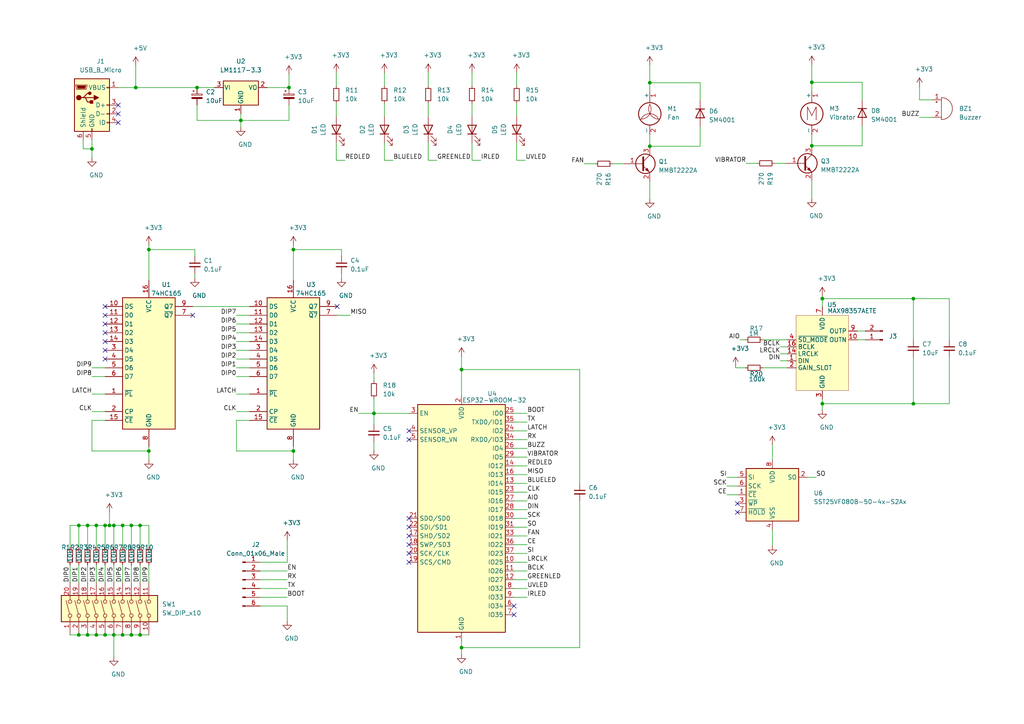
<source format=kicad_sch>
(kicad_sch (version 20210406) (generator eeschema)
  (paper "A4")
  (lib_symbols
    (symbol "74xx:74HC165"
      (property "Reference" "U" (at -7.62 19.05 0))
      (property "Value" "74HC165" (at -7.62 -21.59 0))
      (symbol "74HC165_1_0"
        (pin input line (at -12.7 -10.16 0) (length 5.08) (name "~PL") (number "1"))
        (pin input line (at -12.7 15.24 0) (length 5.08) (name "DS") (number "10"))
        (pin input line (at -12.7 12.7 0) (length 5.08) (name "D0") (number "11"))
        (pin input line (at -12.7 10.16 0) (length 5.08) (name "D1") (number "12"))
        (pin input line (at -12.7 7.62 0) (length 5.08) (name "D2") (number "13"))
        (pin input line (at -12.7 5.08 0) (length 5.08) (name "D3") (number "14"))
        (pin input line (at -12.7 -17.78 0) (length 5.08) (name "~CE") (number "15"))
        (pin power_in line (at 0 22.86 270) (length 5.08) (name "VCC") (number "16"))
        (pin input line (at -12.7 -15.24 0) (length 5.08) (name "CP") (number "2"))
        (pin input line (at -12.7 2.54 0) (length 5.08) (name "D4") (number "3"))
        (pin input line (at -12.7 0 0) (length 5.08) (name "D5") (number "4"))
        (pin input line (at -12.7 -2.54 0) (length 5.08) (name "D6") (number "5"))
        (pin input line (at -12.7 -5.08 0) (length 5.08) (name "D7") (number "6"))
        (pin output line (at 12.7 12.7 180) (length 5.08) (name "~Q7") (number "7"))
        (pin power_in line (at 0 -25.4 90) (length 5.08) (name "GND") (number "8"))
        (pin output line (at 12.7 15.24 180) (length 5.08) (name "Q7") (number "9"))
      )
    )
    (symbol "Connector:Conn_01x02_Male" (pin_names (offset 1.016) hide)
      (property "Reference" "J" (at 0 2.54 0))
      (property "Value" "Conn_01x02_Male" (at 0 -5.08 0))
      (symbol "Conn_01x02_Male_1_1"
        (pin passive line (at 5.08 0 180) (length 3.81) (name "Pin_1") (number "1"))
        (pin passive line (at 5.08 -2.54 180) (length 3.81) (name "Pin_2") (number "2"))
      )
    )
    (symbol "Connector:Conn_01x06_Male" (pin_names (offset 1.016) hide)
      (property "Reference" "J" (at 0 7.62 0))
      (property "Value" "Conn_01x06_Male" (at 0 -10.16 0))
      (symbol "Conn_01x06_Male_1_1"
        (pin passive line (at 5.08 5.08 180) (length 3.81) (name "Pin_1") (number "1"))
        (pin passive line (at 5.08 2.54 180) (length 3.81) (name "Pin_2") (number "2"))
        (pin passive line (at 5.08 0 180) (length 3.81) (name "Pin_3") (number "3"))
        (pin passive line (at 5.08 -2.54 180) (length 3.81) (name "Pin_4") (number "4"))
        (pin passive line (at 5.08 -5.08 180) (length 3.81) (name "Pin_5") (number "5"))
        (pin passive line (at 5.08 -7.62 180) (length 3.81) (name "Pin_6") (number "6"))
      )
    )
    (symbol "Connector:USB_B_Micro" (pin_names (offset 1.016))
      (property "Reference" "J" (at -5.08 11.43 0))
      (property "Value" "USB_B_Micro" (at -5.08 8.89 0))
      (symbol "USB_B_Micro_1_1"
        (pin power_out line (at 7.62 5.08 180) (length 2.54) (name "VBUS") (number "1"))
        (pin bidirectional line (at 7.62 -2.54 180) (length 2.54) (name "D-") (number "2"))
        (pin bidirectional line (at 7.62 0 180) (length 2.54) (name "D+") (number "3"))
        (pin passive line (at 7.62 -5.08 180) (length 2.54) (name "ID") (number "4"))
        (pin power_out line (at 0 -10.16 90) (length 2.54) (name "GND") (number "5"))
        (pin passive line (at -2.54 -10.16 90) (length 2.54) (name "Shield") (number "6"))
      )
    )
    (symbol "Device:Buzzer" (pin_names (offset 0.0254) hide)
      (property "Reference" "BZ" (at 3.81 1.27 0))
      (property "Value" "Buzzer" (at 3.81 -1.27 0))
      (symbol "Buzzer_1_1"
        (pin passive line (at -2.54 2.54 0) (length 2.54) (name "-") (number "1"))
        (pin passive line (at -2.54 -2.54 0) (length 2.54) (name "+") (number "2"))
      )
    )
    (symbol "Device:C_Polarized_Small" (pin_numbers hide) (pin_names (offset 0.254) hide)
      (property "Reference" "C" (at 0.254 1.778 0))
      (property "Value" "C_Polarized_Small" (at 0.254 -2.032 0))
      (symbol "C_Polarized_Small_1_1"
        (pin passive line (at 0 2.54 270) (length 1.8542) (name "~") (number "1"))
        (pin passive line (at 0 -2.54 90) (length 1.8542) (name "~") (number "2"))
      )
    )
    (symbol "Device:C_Small" (pin_numbers hide) (pin_names (offset 0.254) hide)
      (property "Reference" "C" (at 0.254 1.778 0))
      (property "Value" "C_Small" (at 0.254 -2.032 0))
      (symbol "C_Small_1_1"
        (pin passive line (at 0 2.54 270) (length 2.032) (name "~") (number "1"))
        (pin passive line (at 0 -2.54 90) (length 2.032) (name "~") (number "2"))
      )
    )
    (symbol "Device:LED" (pin_numbers hide) (pin_names (offset 1.016) hide)
      (property "Reference" "D" (at 0 2.54 0))
      (property "Value" "LED" (at 0 -2.54 0))
      (symbol "LED_1_1"
        (pin passive line (at -3.81 0 0) (length 2.54) (name "K") (number "1"))
        (pin passive line (at 3.81 0 180) (length 2.54) (name "A") (number "2"))
      )
    )
    (symbol "Device:R_Small" (pin_numbers hide) (pin_names (offset 0.254) hide)
      (property "Reference" "R" (at 0.762 0.508 0))
      (property "Value" "R_Small" (at 0.762 -1.016 0))
      (symbol "R_Small_1_1"
        (pin passive line (at 0 2.54 270) (length 0.762) (name "~") (number "1"))
        (pin passive line (at 0 -2.54 90) (length 0.762) (name "~") (number "2"))
      )
    )
    (symbol "Diode:SM4001" (pin_numbers hide) (pin_names (offset 1.016) hide)
      (property "Reference" "D" (at 0 2.54 0))
      (property "Value" "SM4001" (at 0 -2.54 0))
      (symbol "SM4001_1_1"
        (pin passive line (at -3.81 0 0) (length 2.54) (name "K") (number "1"))
        (pin passive line (at 3.81 0 180) (length 2.54) (name "A") (number "2"))
      )
    )
    (symbol "Memory_Flash:SST25VF080B-50-4x-S2Ax"
      (property "Reference" "U" (at -6.35 8.89 0))
      (property "Value" "SST25VF080B-50-4x-S2Ax" (at 13.97 8.89 0))
      (symbol "SST25VF080B-50-4x-S2Ax_1_1"
        (pin input line (at -10.16 0 0) (length 2.54) (name "~CE") (number "1"))
        (pin output line (at 10.16 5.08 180) (length 2.54) (name "SO") (number "2"))
        (pin input line (at -10.16 -2.54 0) (length 2.54) (name "~WP~") (number "3"))
        (pin power_in line (at 0 -10.16 90) (length 2.54) (name "VSS") (number "4"))
        (pin input line (at -10.16 5.08 0) (length 2.54) (name "SI") (number "5"))
        (pin input line (at -10.16 2.54 0) (length 2.54) (name "SCK") (number "6"))
        (pin input line (at -10.16 -5.08 0) (length 2.54) (name "~HOLD~") (number "7"))
        (pin power_in line (at 0 10.16 270) (length 2.54) (name "VDD") (number "8"))
      )
    )
    (symbol "Motor:Fan" (pin_names (offset 0))
      (property "Reference" "M" (at 2.54 5.08 0))
      (property "Value" "Fan" (at 2.54 -2.54 0))
      (symbol "Fan_1_1"
        (pin passive line (at 0 7.62 270) (length 2.54) (name "+") (number "1"))
        (pin passive line (at 0 -5.08 90) (length 2.54) (name "-") (number "2"))
      )
    )
    (symbol "Motor:Motor_DC" (pin_names (offset 0))
      (property "Reference" "M" (at 2.54 2.54 0))
      (property "Value" "Motor_DC" (at 2.54 -5.08 0))
      (symbol "Motor_DC_1_1"
        (pin passive line (at 0 5.08 270) (length 2.54) (name "+") (number "1"))
        (pin passive line (at 0 -7.62 90) (length 2.54) (name "-") (number "2"))
      )
    )
    (symbol "RF_Module:ESP32-WROOM-32"
      (property "Reference" "U" (at -12.7 34.29 0))
      (property "Value" "ESP32-WROOM-32" (at 1.27 34.29 0))
      (symbol "ESP32-WROOM-32_1_1"
        (pin power_in line (at 0 -35.56 90) (length 2.54) (name "GND") (number "1"))
        (pin bidirectional line (at 15.24 -12.7 180) (length 2.54) (name "IO25") (number "10"))
        (pin bidirectional line (at 15.24 -15.24 180) (length 2.54) (name "IO26") (number "11"))
        (pin bidirectional line (at 15.24 -17.78 180) (length 2.54) (name "IO27") (number "12"))
        (pin bidirectional line (at 15.24 10.16 180) (length 2.54) (name "IO14") (number "13"))
        (pin bidirectional line (at 15.24 15.24 180) (length 2.54) (name "IO12") (number "14"))
        (pin passive line (at 0 -35.56 90) (length 2.54) hide (name "GND") (number "15"))
        (pin bidirectional line (at 15.24 12.7 180) (length 2.54) (name "IO13") (number "16"))
        (pin bidirectional line (at -15.24 -5.08 0) (length 2.54) (name "SHD/SD2") (number "17"))
        (pin bidirectional line (at -15.24 -7.62 0) (length 2.54) (name "SWP/SD3") (number "18"))
        (pin bidirectional line (at -15.24 -12.7 0) (length 2.54) (name "SCS/CMD") (number "19"))
        (pin power_in line (at 0 35.56 270) (length 2.54) (name "VDD") (number "2"))
        (pin bidirectional line (at -15.24 -10.16 0) (length 2.54) (name "SCK/CLK") (number "20"))
        (pin bidirectional line (at -15.24 0 0) (length 2.54) (name "SDO/SD0") (number "21"))
        (pin bidirectional line (at -15.24 -2.54 0) (length 2.54) (name "SDI/SD1") (number "22"))
        (pin bidirectional line (at 15.24 7.62 180) (length 2.54) (name "IO15") (number "23"))
        (pin bidirectional line (at 15.24 25.4 180) (length 2.54) (name "IO2") (number "24"))
        (pin bidirectional line (at 15.24 30.48 180) (length 2.54) (name "IO0") (number "25"))
        (pin bidirectional line (at 15.24 20.32 180) (length 2.54) (name "IO4") (number "26"))
        (pin bidirectional line (at 15.24 5.08 180) (length 2.54) (name "IO16") (number "27"))
        (pin bidirectional line (at 15.24 2.54 180) (length 2.54) (name "IO17") (number "28"))
        (pin bidirectional line (at 15.24 17.78 180) (length 2.54) (name "IO5") (number "29"))
        (pin input line (at -15.24 30.48 0) (length 2.54) (name "EN") (number "3"))
        (pin bidirectional line (at 15.24 0 180) (length 2.54) (name "IO18") (number "30"))
        (pin bidirectional line (at 15.24 -2.54 180) (length 2.54) (name "IO19") (number "31"))
        (pin no_connect line (at -12.7 -27.94 0) (length 2.54) hide (name "NC") (number "32"))
        (pin bidirectional line (at 15.24 -5.08 180) (length 2.54) (name "IO21") (number "33"))
        (pin bidirectional line (at 15.24 22.86 180) (length 2.54) (name "RXD0/IO3") (number "34"))
        (pin bidirectional line (at 15.24 27.94 180) (length 2.54) (name "TXD0/IO1") (number "35"))
        (pin bidirectional line (at 15.24 -7.62 180) (length 2.54) (name "IO22") (number "36"))
        (pin bidirectional line (at 15.24 -10.16 180) (length 2.54) (name "IO23") (number "37"))
        (pin passive line (at 0 -35.56 90) (length 2.54) hide (name "GND") (number "38"))
        (pin passive line (at 0 -35.56 90) (length 2.54) hide (name "GND") (number "39"))
        (pin input line (at -15.24 25.4 0) (length 2.54) (name "SENSOR_VP") (number "4"))
        (pin input line (at -15.24 22.86 0) (length 2.54) (name "SENSOR_VN") (number "5"))
        (pin input line (at 15.24 -25.4 180) (length 2.54) (name "IO34") (number "6"))
        (pin input line (at 15.24 -27.94 180) (length 2.54) (name "IO35") (number "7"))
        (pin bidirectional line (at 15.24 -20.32 180) (length 2.54) (name "IO32") (number "8"))
        (pin bidirectional line (at 15.24 -22.86 180) (length 2.54) (name "IO33") (number "9"))
      )
    )
    (symbol "Regulator_Linear:LM1117-3.3" (pin_names (offset 0.254))
      (property "Reference" "U" (at -3.81 3.175 0))
      (property "Value" "LM1117-3.3" (at 0 3.175 0))
      (symbol "LM1117-3.3_1_1"
        (pin power_in line (at 0 -7.62 90) (length 2.54) (name "GND") (number "1"))
        (pin power_out line (at 7.62 0 180) (length 2.54) (name "VO") (number "2"))
        (pin power_in line (at -7.62 0 0) (length 2.54) (name "VI") (number "3"))
      )
    )
    (symbol "Switch:SW_DIP_x10" (pin_names (offset 0) hide)
      (property "Reference" "SW" (at 0 16.51 0))
      (property "Value" "SW_DIP_x10" (at 0 -13.97 0))
      (symbol "SW_DIP_x10_1_1"
        (pin passive line (at -7.62 12.7 0) (length 5.08) (name "~") (number "1"))
        (pin passive line (at -7.62 -10.16 0) (length 5.08) (name "~") (number "10"))
        (pin passive line (at 7.62 -10.16 180) (length 5.08) (name "~") (number "11"))
        (pin passive line (at 7.62 -7.62 180) (length 5.08) (name "~") (number "12"))
        (pin passive line (at 7.62 -5.08 180) (length 5.08) (name "~") (number "13"))
        (pin passive line (at 7.62 -2.54 180) (length 5.08) (name "~") (number "14"))
        (pin passive line (at 7.62 0 180) (length 5.08) (name "~") (number "15"))
        (pin passive line (at 7.62 2.54 180) (length 5.08) (name "~") (number "16"))
        (pin passive line (at 7.62 5.08 180) (length 5.08) (name "~") (number "17"))
        (pin passive line (at 7.62 7.62 180) (length 5.08) (name "~") (number "18"))
        (pin passive line (at 7.62 10.16 180) (length 5.08) (name "~") (number "19"))
        (pin passive line (at -7.62 10.16 0) (length 5.08) (name "~") (number "2"))
        (pin passive line (at 7.62 12.7 180) (length 5.08) (name "~") (number "20"))
        (pin passive line (at -7.62 7.62 0) (length 5.08) (name "~") (number "3"))
        (pin passive line (at -7.62 5.08 0) (length 5.08) (name "~") (number "4"))
        (pin passive line (at -7.62 2.54 0) (length 5.08) (name "~") (number "5"))
        (pin passive line (at -7.62 0 0) (length 5.08) (name "~") (number "6"))
        (pin passive line (at -7.62 -2.54 0) (length 5.08) (name "~") (number "7"))
        (pin passive line (at -7.62 -5.08 0) (length 5.08) (name "~") (number "8"))
        (pin passive line (at -7.62 -7.62 0) (length 5.08) (name "~") (number "9"))
      )
    )
    (symbol "blinken:MAX98357AETE"
      (property "Reference" "U" (at 0 13.716 0))
      (property "Value" "MAX98357AETE" (at 0 11.938 0))
      (symbol "MAX98357AETE_1_1"
        (pin input line (at -10.16 -2.286 0) (length 2.54) (name "DIN") (number "1"))
        (pin output line (at 10.16 3.81 180) (length 2.54) (name "OUTN") (number "10"))
        (pin passive line (at 0 -13.462 90) (length 2.54) hide (name "GND") (number "11"))
        (pin no_connect line (at 7.62 -5.842 0) (length 2.54) hide (name "N.C.") (number "12"))
        (pin no_connect line (at 7.62 -5.842 0) (length 2.54) hide (name "N.C.") (number "13"))
        (pin input line (at -10.16 -0.254 0) (length 2.54) (name "LRCLK") (number "14"))
        (pin passive line (at 0 -13.462 90) (length 2.54) hide (name "GND") (number "15"))
        (pin input line (at -10.16 1.778 0) (length 2.54) (name "BCLK") (number "16"))
        (pin input line (at -10.16 -4.318 0) (length 2.54) (name "GAIN_SLOT") (number "2"))
        (pin power_in line (at 0 -13.462 90) (length 2.54) (name "GND") (number "3"))
        (pin input line (at -10.16 3.81 0) (length 2.54) (name "~SD_MODE") (number "4"))
        (pin no_connect line (at 7.62 -5.842 0) (length 2.54) hide (name "N.C.") (number "5"))
        (pin no_connect line (at 7.62 -5.842 0) (length 2.54) hide (name "N.C.") (number "6"))
        (pin power_in line (at 0 13.462 270) (length 2.54) (name "VDD") (number "7"))
        (pin passive line (at 0 13.462 270) (length 2.54) hide (name "VDD") (number "8"))
        (pin output line (at 10.16 6.35 180) (length 2.54) (name "OUTP") (number "9"))
      )
    )
    (symbol "blinken:MMBT2222A" (pin_names (offset 0) hide)
      (property "Reference" "Q" (at 5.08 1.905 0))
      (property "Value" "MMBT2222A" (at 5.08 0 0))
      (symbol "MMBT2222A_1_1"
        (pin input line (at -5.08 0 0) (length 5.08) (name "B") (number "1"))
        (pin passive line (at 2.54 -5.08 90) (length 2.54) (name "E") (number "2"))
        (pin passive line (at 2.54 5.08 270) (length 2.54) (name "C") (number "3"))
      )
    )
    (symbol "power:+3V3" (power) (pin_names (offset 0))
      (property "Value" "+3V3" (at 0 3.556 0))
      (symbol "+3V3_1_1"
        (pin power_in line (at 0 0 90) (length 0) hide (name "+3V3") (number "1"))
      )
    )
    (symbol "power:+5V" (power) (pin_names (offset 0))
      (property "Value" "+5V" (at 0 3.556 0))
      (symbol "+5V_1_1"
        (pin power_in line (at 0 0 90) (length 0) hide (name "+5V") (number "1"))
      )
    )
    (symbol "power:GND" (power) (pin_names (offset 0))
      (property "Value" "GND" (at 0 -3.81 0))
      (symbol "GND_1_1"
        (pin power_in line (at 0 0 270) (length 0) hide (name "GND") (number "1"))
      )
    )
  )
  (junction (at 22.86 152.4) (diameter 0.9144))
  (junction (at 22.86 184.15) (diameter 0.9144))
  (junction (at 25.4 152.4) (diameter 0.9144))
  (junction (at 25.4 184.15) (diameter 0.9144))
  (junction (at 26.67 43.18) (diameter 0.9144))
  (junction (at 27.94 152.4) (diameter 0.9144))
  (junction (at 27.94 184.15) (diameter 0.9144))
  (junction (at 30.48 152.4) (diameter 0.9144))
  (junction (at 30.48 184.15) (diameter 0.9144))
  (junction (at 31.75 152.4) (diameter 0.9144))
  (junction (at 33.02 152.4) (diameter 0.9144))
  (junction (at 33.02 184.15) (diameter 0.9144))
  (junction (at 35.56 152.4) (diameter 0.9144))
  (junction (at 35.56 184.15) (diameter 0.9144))
  (junction (at 38.1 152.4) (diameter 0.9144))
  (junction (at 38.1 184.15) (diameter 0.9144))
  (junction (at 39.37 25.4) (diameter 0.9144))
  (junction (at 40.64 152.4) (diameter 0.9144))
  (junction (at 40.64 184.15) (diameter 0.9144))
  (junction (at 43.18 72.39) (diameter 0.9144))
  (junction (at 43.18 130.81) (diameter 0.9144))
  (junction (at 57.15 25.4) (diameter 0.9144))
  (junction (at 69.85 34.925) (diameter 0.9144))
  (junction (at 83.82 25.4) (diameter 0.9144))
  (junction (at 85.09 72.39) (diameter 0.9144))
  (junction (at 85.09 130.81) (diameter 0.9144))
  (junction (at 108.458 119.888) (diameter 0.9144))
  (junction (at 133.858 107.188) (diameter 0.9144))
  (junction (at 133.858 187.833) (diameter 0.9144))
  (junction (at 188.468 24.003) (diameter 0.9144))
  (junction (at 188.468 42.418) (diameter 0.9144))
  (junction (at 235.458 23.876) (diameter 0.9144))
  (junction (at 235.458 42.291) (diameter 0.9144))
  (junction (at 238.506 86.614) (diameter 0.9144))
  (junction (at 238.506 117.094) (diameter 0.9144))
  (junction (at 264.922 86.614) (diameter 0.9144))
  (junction (at 264.922 117.094) (diameter 0.9144))
  (no_connect (at 30.48 88.9))
  (no_connect (at 30.48 91.44))
  (no_connect (at 30.48 93.98))
  (no_connect (at 30.48 96.52))
  (no_connect (at 30.48 99.06))
  (no_connect (at 30.48 101.6))
  (no_connect (at 30.48 104.14))
  (no_connect (at 34.29 30.48))
  (no_connect (at 34.29 33.02))
  (no_connect (at 34.29 35.56))
  (no_connect (at 55.88 91.44))
  (no_connect (at 97.79 88.9))
  (no_connect (at 118.618 124.968))
  (no_connect (at 118.618 127.508))
  (no_connect (at 118.618 150.368))
  (no_connect (at 118.618 152.908))
  (no_connect (at 118.618 155.448))
  (no_connect (at 118.618 157.988))
  (no_connect (at 118.618 160.528))
  (no_connect (at 118.618 163.068))
  (no_connect (at 149.098 175.768))
  (no_connect (at 149.098 178.308))
  (no_connect (at 213.868 146.05))
  (no_connect (at 213.868 148.59))
  (wire (pts (xy 20.32 152.4) (xy 20.32 158.75)))
  (wire (pts (xy 20.32 152.4) (xy 22.86 152.4)))
  (wire (pts (xy 20.32 163.83) (xy 20.32 168.91)))
  (wire (pts (xy 20.32 184.15) (xy 22.86 184.15)))
  (wire (pts (xy 22.86 152.4) (xy 22.86 158.75)))
  (wire (pts (xy 22.86 152.4) (xy 25.4 152.4)))
  (wire (pts (xy 22.86 163.83) (xy 22.86 168.91)))
  (wire (pts (xy 22.86 184.15) (xy 25.4 184.15)))
  (wire (pts (xy 24.13 40.64) (xy 24.13 43.18)))
  (wire (pts (xy 24.13 43.18) (xy 26.67 43.18)))
  (wire (pts (xy 25.4 152.4) (xy 25.4 158.75)))
  (wire (pts (xy 25.4 152.4) (xy 27.94 152.4)))
  (wire (pts (xy 25.4 163.83) (xy 25.4 168.91)))
  (wire (pts (xy 25.4 184.15) (xy 27.94 184.15)))
  (wire (pts (xy 26.67 40.64) (xy 26.67 43.18)))
  (wire (pts (xy 26.67 43.18) (xy 26.67 45.72)))
  (wire (pts (xy 26.67 106.68) (xy 30.48 106.68)))
  (wire (pts (xy 26.67 109.22) (xy 30.48 109.22)))
  (wire (pts (xy 26.67 114.3) (xy 30.48 114.3)))
  (wire (pts (xy 26.67 119.38) (xy 30.48 119.38)))
  (wire (pts (xy 26.67 121.92) (xy 26.67 130.81)))
  (wire (pts (xy 26.67 121.92) (xy 30.48 121.92)))
  (wire (pts (xy 26.67 130.81) (xy 43.18 130.81)))
  (wire (pts (xy 27.94 152.4) (xy 27.94 158.75)))
  (wire (pts (xy 27.94 152.4) (xy 30.48 152.4)))
  (wire (pts (xy 27.94 163.83) (xy 27.94 168.91)))
  (wire (pts (xy 27.94 184.15) (xy 30.48 184.15)))
  (wire (pts (xy 30.48 152.4) (xy 30.48 158.75)))
  (wire (pts (xy 30.48 152.4) (xy 31.75 152.4)))
  (wire (pts (xy 30.48 163.83) (xy 30.48 168.91)))
  (wire (pts (xy 30.48 184.15) (xy 33.02 184.15)))
  (wire (pts (xy 31.75 148.59) (xy 31.75 152.4)))
  (wire (pts (xy 31.75 152.4) (xy 33.02 152.4)))
  (wire (pts (xy 33.02 152.4) (xy 33.02 158.75)))
  (wire (pts (xy 33.02 152.4) (xy 35.56 152.4)))
  (wire (pts (xy 33.02 163.83) (xy 33.02 168.91)))
  (wire (pts (xy 33.02 184.15) (xy 33.02 190.5)))
  (wire (pts (xy 33.02 184.15) (xy 35.56 184.15)))
  (wire (pts (xy 34.29 25.4) (xy 39.37 25.4)))
  (wire (pts (xy 35.56 152.4) (xy 35.56 158.75)))
  (wire (pts (xy 35.56 152.4) (xy 38.1 152.4)))
  (wire (pts (xy 35.56 163.83) (xy 35.56 168.91)))
  (wire (pts (xy 35.56 184.15) (xy 38.1 184.15)))
  (wire (pts (xy 38.1 152.4) (xy 38.1 158.75)))
  (wire (pts (xy 38.1 152.4) (xy 40.64 152.4)))
  (wire (pts (xy 38.1 163.83) (xy 38.1 168.91)))
  (wire (pts (xy 38.1 184.15) (xy 40.64 184.15)))
  (wire (pts (xy 39.37 19.05) (xy 39.37 25.4)))
  (wire (pts (xy 39.37 25.4) (xy 57.15 25.4)))
  (wire (pts (xy 40.64 152.4) (xy 40.64 158.75)))
  (wire (pts (xy 40.64 152.4) (xy 43.18 152.4)))
  (wire (pts (xy 40.64 163.83) (xy 40.64 168.91)))
  (wire (pts (xy 40.64 184.15) (xy 43.18 184.15)))
  (wire (pts (xy 43.18 71.12) (xy 43.18 72.39)))
  (wire (pts (xy 43.18 72.39) (xy 43.18 81.28)))
  (wire (pts (xy 43.18 72.39) (xy 56.515 72.39)))
  (wire (pts (xy 43.18 129.54) (xy 43.18 130.81)))
  (wire (pts (xy 43.18 130.81) (xy 43.18 133.35)))
  (wire (pts (xy 43.18 152.4) (xy 43.18 158.75)))
  (wire (pts (xy 43.18 163.83) (xy 43.18 168.91)))
  (wire (pts (xy 55.88 88.9) (xy 72.39 88.9)))
  (wire (pts (xy 56.515 72.39) (xy 56.515 74.295)))
  (wire (pts (xy 56.515 79.375) (xy 56.515 80.645)))
  (wire (pts (xy 57.15 30.48) (xy 57.15 34.925)))
  (wire (pts (xy 57.15 34.925) (xy 69.85 34.925)))
  (wire (pts (xy 62.23 25.4) (xy 57.15 25.4)))
  (wire (pts (xy 68.58 91.44) (xy 72.39 91.44)))
  (wire (pts (xy 68.58 93.98) (xy 72.39 93.98)))
  (wire (pts (xy 68.58 96.52) (xy 72.39 96.52)))
  (wire (pts (xy 68.58 99.06) (xy 72.39 99.06)))
  (wire (pts (xy 68.58 101.6) (xy 72.39 101.6)))
  (wire (pts (xy 68.58 104.14) (xy 72.39 104.14)))
  (wire (pts (xy 68.58 106.68) (xy 72.39 106.68)))
  (wire (pts (xy 68.58 109.22) (xy 72.39 109.22)))
  (wire (pts (xy 68.58 114.3) (xy 72.39 114.3)))
  (wire (pts (xy 68.58 119.38) (xy 72.39 119.38)))
  (wire (pts (xy 68.58 121.92) (xy 68.58 130.81)))
  (wire (pts (xy 68.58 121.92) (xy 72.39 121.92)))
  (wire (pts (xy 68.58 130.81) (xy 85.09 130.81)))
  (wire (pts (xy 69.85 33.02) (xy 69.85 34.925)))
  (wire (pts (xy 69.85 34.925) (xy 69.85 36.83)))
  (wire (pts (xy 75.438 163.068) (xy 83.312 163.068)))
  (wire (pts (xy 75.438 165.608) (xy 83.312 165.608)))
  (wire (pts (xy 75.438 168.148) (xy 83.312 168.148)))
  (wire (pts (xy 75.438 170.688) (xy 83.312 170.688)))
  (wire (pts (xy 75.438 173.228) (xy 83.312 173.228)))
  (wire (pts (xy 75.438 175.768) (xy 83.312 175.768)))
  (wire (pts (xy 77.47 25.4) (xy 83.82 25.4)))
  (wire (pts (xy 83.312 156.718) (xy 83.312 163.068)))
  (wire (pts (xy 83.312 175.768) (xy 83.312 180.086)))
  (wire (pts (xy 83.82 21.59) (xy 83.82 25.4)))
  (wire (pts (xy 83.82 30.48) (xy 83.82 34.925)))
  (wire (pts (xy 83.82 34.925) (xy 69.85 34.925)))
  (wire (pts (xy 85.09 71.12) (xy 85.09 72.39)))
  (wire (pts (xy 85.09 72.39) (xy 85.09 81.28)))
  (wire (pts (xy 85.09 72.39) (xy 99.06 72.39)))
  (wire (pts (xy 85.09 129.54) (xy 85.09 130.81)))
  (wire (pts (xy 85.09 130.81) (xy 85.09 133.35)))
  (wire (pts (xy 97.536 21.082) (xy 97.536 24.892)))
  (wire (pts (xy 97.536 29.972) (xy 97.536 33.782)))
  (wire (pts (xy 97.536 41.402) (xy 97.536 46.482)))
  (wire (pts (xy 97.536 46.482) (xy 100.076 46.482)))
  (wire (pts (xy 97.79 91.44) (xy 101.6 91.44)))
  (wire (pts (xy 99.06 72.39) (xy 99.06 74.295)))
  (wire (pts (xy 99.06 79.375) (xy 99.06 80.645)))
  (wire (pts (xy 104.013 119.888) (xy 108.458 119.888)))
  (wire (pts (xy 108.458 108.204) (xy 108.458 110.49)))
  (wire (pts (xy 108.458 115.57) (xy 108.458 119.888)))
  (wire (pts (xy 108.458 119.888) (xy 108.458 123.063)))
  (wire (pts (xy 108.458 119.888) (xy 118.618 119.888)))
  (wire (pts (xy 108.458 128.143) (xy 108.458 130.683)))
  (wire (pts (xy 111.506 21.082) (xy 111.506 24.892)))
  (wire (pts (xy 111.506 29.972) (xy 111.506 33.782)))
  (wire (pts (xy 111.506 41.402) (xy 111.506 46.482)))
  (wire (pts (xy 111.506 46.482) (xy 114.046 46.482)))
  (wire (pts (xy 124.206 21.082) (xy 124.206 24.892)))
  (wire (pts (xy 124.206 29.972) (xy 124.206 33.782)))
  (wire (pts (xy 124.206 41.402) (xy 124.206 46.482)))
  (wire (pts (xy 124.206 46.482) (xy 126.746 46.482)))
  (wire (pts (xy 133.858 103.378) (xy 133.858 107.188)))
  (wire (pts (xy 133.858 107.188) (xy 168.148 107.188)))
  (wire (pts (xy 133.858 114.808) (xy 133.858 107.188)))
  (wire (pts (xy 133.858 185.928) (xy 133.858 187.833)))
  (wire (pts (xy 133.858 187.833) (xy 133.858 189.738)))
  (wire (pts (xy 133.858 187.833) (xy 168.148 187.833)))
  (wire (pts (xy 136.906 21.082) (xy 136.906 24.892)))
  (wire (pts (xy 136.906 29.972) (xy 136.906 33.782)))
  (wire (pts (xy 136.906 41.402) (xy 136.906 46.482)))
  (wire (pts (xy 136.906 46.482) (xy 139.446 46.482)))
  (wire (pts (xy 149.098 119.888) (xy 152.908 119.888)))
  (wire (pts (xy 149.098 122.428) (xy 152.908 122.428)))
  (wire (pts (xy 149.098 124.968) (xy 152.908 124.968)))
  (wire (pts (xy 149.098 127.508) (xy 152.908 127.508)))
  (wire (pts (xy 149.098 130.048) (xy 152.908 130.048)))
  (wire (pts (xy 149.098 132.588) (xy 152.908 132.588)))
  (wire (pts (xy 149.098 135.128) (xy 152.908 135.128)))
  (wire (pts (xy 149.098 137.668) (xy 152.908 137.668)))
  (wire (pts (xy 149.098 140.208) (xy 152.908 140.208)))
  (wire (pts (xy 149.098 142.748) (xy 152.908 142.748)))
  (wire (pts (xy 149.098 145.288) (xy 152.908 145.288)))
  (wire (pts (xy 149.098 147.828) (xy 152.908 147.828)))
  (wire (pts (xy 149.098 150.368) (xy 152.908 150.368)))
  (wire (pts (xy 149.098 152.908) (xy 152.908 152.908)))
  (wire (pts (xy 149.098 155.448) (xy 152.908 155.448)))
  (wire (pts (xy 149.098 157.988) (xy 152.908 157.988)))
  (wire (pts (xy 149.098 160.528) (xy 152.908 160.528)))
  (wire (pts (xy 149.098 163.068) (xy 152.908 163.068)))
  (wire (pts (xy 149.098 165.608) (xy 152.908 165.608)))
  (wire (pts (xy 149.098 168.148) (xy 152.908 168.148)))
  (wire (pts (xy 149.098 170.688) (xy 152.908 170.688)))
  (wire (pts (xy 149.098 173.228) (xy 152.908 173.228)))
  (wire (pts (xy 149.86 21.082) (xy 149.86 24.892)))
  (wire (pts (xy 149.86 29.972) (xy 149.86 33.782)))
  (wire (pts (xy 149.86 41.402) (xy 149.86 46.482)))
  (wire (pts (xy 149.86 46.482) (xy 152.4 46.482)))
  (wire (pts (xy 168.148 107.188) (xy 168.148 140.208)))
  (wire (pts (xy 168.148 145.288) (xy 168.148 187.833)))
  (wire (pts (xy 169.418 47.498) (xy 172.593 47.498)))
  (wire (pts (xy 177.673 47.498) (xy 180.848 47.498)))
  (wire (pts (xy 188.468 18.923) (xy 188.468 24.003)))
  (wire (pts (xy 188.468 24.003) (xy 188.468 26.416)))
  (wire (pts (xy 188.468 24.003) (xy 203.073 24.003)))
  (wire (pts (xy 188.468 39.116) (xy 188.468 42.418)))
  (wire (pts (xy 188.468 42.418) (xy 203.073 42.418)))
  (wire (pts (xy 188.468 52.578) (xy 188.468 57.658)))
  (wire (pts (xy 203.073 24.003) (xy 203.073 29.083)))
  (wire (pts (xy 203.073 42.418) (xy 203.073 36.703)))
  (wire (pts (xy 210.82 138.43) (xy 213.868 138.43)))
  (wire (pts (xy 210.82 140.97) (xy 213.868 140.97)))
  (wire (pts (xy 210.82 143.51) (xy 213.868 143.51)))
  (wire (pts (xy 213.36 106.172) (xy 213.36 106.68)))
  (wire (pts (xy 214.63 98.552) (xy 216.154 98.552)))
  (wire (pts (xy 216.154 106.68) (xy 213.36 106.68)))
  (wire (pts (xy 216.408 47.371) (xy 219.583 47.371)))
  (wire (pts (xy 221.234 98.552) (xy 228.346 98.552)))
  (wire (pts (xy 221.234 106.68) (xy 228.346 106.68)))
  (wire (pts (xy 224.028 129.032) (xy 224.028 133.35)))
  (wire (pts (xy 224.028 153.67) (xy 224.028 158.242)))
  (wire (pts (xy 224.663 47.371) (xy 227.838 47.371)))
  (wire (pts (xy 226.314 100.584) (xy 228.346 100.584)))
  (wire (pts (xy 226.314 102.616) (xy 228.346 102.616)))
  (wire (pts (xy 226.314 104.648) (xy 228.346 104.648)))
  (wire (pts (xy 234.188 138.43) (xy 236.728 138.43)))
  (wire (pts (xy 235.458 18.796) (xy 235.458 23.876)))
  (wire (pts (xy 235.458 23.876) (xy 250.063 23.876)))
  (wire (pts (xy 235.458 26.416) (xy 235.458 23.876)))
  (wire (pts (xy 235.458 39.116) (xy 235.458 42.291)))
  (wire (pts (xy 235.458 42.291) (xy 250.063 42.291)))
  (wire (pts (xy 235.458 52.451) (xy 235.458 57.531)))
  (wire (pts (xy 238.506 85.852) (xy 238.506 86.614)))
  (wire (pts (xy 238.506 86.614) (xy 238.506 88.9)))
  (wire (pts (xy 238.506 86.614) (xy 264.922 86.614)))
  (wire (pts (xy 238.506 115.824) (xy 238.506 117.094)))
  (wire (pts (xy 238.506 117.094) (xy 238.506 118.872)))
  (wire (pts (xy 238.506 117.094) (xy 264.922 117.094)))
  (wire (pts (xy 248.666 96.012) (xy 250.952 96.012)))
  (wire (pts (xy 248.666 98.552) (xy 250.952 98.552)))
  (wire (pts (xy 250.063 23.876) (xy 250.063 28.956)))
  (wire (pts (xy 250.063 42.291) (xy 250.063 36.576)))
  (wire (pts (xy 264.922 86.614) (xy 264.922 98.552)))
  (wire (pts (xy 264.922 86.614) (xy 275.336 86.614)))
  (wire (pts (xy 264.922 117.094) (xy 264.922 103.632)))
  (wire (pts (xy 264.922 117.094) (xy 275.336 117.094)))
  (wire (pts (xy 266.7 25.146) (xy 266.7 28.956)))
  (wire (pts (xy 266.7 28.956) (xy 270.51 28.956)))
  (wire (pts (xy 266.7 34.036) (xy 270.51 34.036)))
  (wire (pts (xy 275.336 86.614) (xy 275.336 98.552)))
  (wire (pts (xy 275.336 117.094) (xy 275.336 103.632)))
  (label "DIP0" (at 20.32 168.91 90))
  (label "DIP1" (at 22.86 168.91 90))
  (label "DIP2" (at 25.4 168.91 90))
  (label "DIP9" (at 26.67 106.68 180))
  (label "DIP8" (at 26.67 109.22 180))
  (label "LATCH" (at 26.67 114.3 180))
  (label "CLK" (at 26.67 119.38 180))
  (label "DIP3" (at 27.94 168.91 90))
  (label "DIP4" (at 30.48 168.91 90))
  (label "DIP5" (at 33.02 168.91 90))
  (label "DIP6" (at 35.56 168.91 90))
  (label "DIP7" (at 38.1 168.91 90))
  (label "DIP8" (at 40.64 168.91 90))
  (label "DIP9" (at 43.18 168.91 90))
  (label "DIP7" (at 68.58 91.44 180))
  (label "DIP6" (at 68.58 93.98 180))
  (label "DIP5" (at 68.58 96.52 180))
  (label "DIP4" (at 68.58 99.06 180))
  (label "DIP3" (at 68.58 101.6 180))
  (label "DIP2" (at 68.58 104.14 180))
  (label "DIP1" (at 68.58 106.68 180))
  (label "DIP0" (at 68.58 109.22 180))
  (label "LATCH" (at 68.58 114.3 180))
  (label "CLK" (at 68.58 119.38 180))
  (label "EN" (at 83.312 165.608 0))
  (label "RX" (at 83.312 168.148 0))
  (label "TX" (at 83.312 170.688 0))
  (label "BOOT" (at 83.312 173.228 0))
  (label "REDLED" (at 100.076 46.482 0))
  (label "MISO" (at 101.6 91.44 0))
  (label "EN" (at 104.013 119.888 180))
  (label "BLUELED" (at 114.046 46.482 0))
  (label "GREENLED" (at 126.746 46.482 0))
  (label "IRLED" (at 139.446 46.482 0))
  (label "UVLED" (at 152.4 46.482 0))
  (label "BOOT" (at 152.908 119.888 0))
  (label "TX" (at 152.908 122.428 0))
  (label "LATCH" (at 152.908 124.968 0))
  (label "RX" (at 152.908 127.508 0))
  (label "BUZZ" (at 152.908 130.048 0))
  (label "VIBRATOR" (at 152.908 132.588 0))
  (label "REDLED" (at 152.908 135.128 0))
  (label "MISO" (at 152.908 137.668 0))
  (label "BLUELED" (at 152.908 140.208 0))
  (label "CLK" (at 152.908 142.748 0))
  (label "AIO" (at 152.908 145.288 0))
  (label "DIN" (at 152.908 147.828 0))
  (label "SCK" (at 152.908 150.368 0))
  (label "SO" (at 152.908 152.908 0))
  (label "FAN" (at 152.908 155.448 0))
  (label "CE" (at 152.908 157.988 0))
  (label "SI" (at 152.908 160.528 0))
  (label "LRCLK" (at 152.908 163.068 0))
  (label "BCLK" (at 152.908 165.608 0))
  (label "GREENLED" (at 152.908 168.148 0))
  (label "UVLED" (at 152.908 170.688 0))
  (label "IRLED" (at 152.908 173.228 0))
  (label "FAN" (at 169.418 47.498 180))
  (label "SI" (at 210.82 138.43 180))
  (label "SCK" (at 210.82 140.97 180))
  (label "CE" (at 210.82 143.51 180))
  (label "AIO" (at 214.63 98.552 180))
  (label "VIBRATOR" (at 216.408 47.371 180))
  (label "BCLK" (at 226.314 100.584 180))
  (label "LRCLK" (at 226.314 102.616 180))
  (label "DIN" (at 226.314 104.648 180))
  (label "SO" (at 236.728 138.43 0))
  (label "BUZZ" (at 266.7 34.036 180))
  (symbol (lib_id "power:+3V3") (at 31.75 148.59 0) (unit 1)
    (property "Reference" "#PWR0115" (effects hide))
    (property "Value" "+3V3" (at 33.02 143.51 0))
  )
  (symbol (lib_id "power:+5V") (at 39.37 19.05 0) (unit 1)
    (property "Reference" "#PWR0119" (effects hide))
    (property "Value" "+5V" (at 40.64 13.97 0))
  )
  (symbol (lib_id "power:+3V3") (at 43.18 71.12 0) (unit 1)
    (property "Reference" "#PWR0117" (effects hide))
    (property "Value" "+3V3" (at 44.45 66.04 0))
  )
  (symbol (lib_id "power:+3V3") (at 83.312 156.718 0) (unit 1)
    (property "Reference" "#PWR0130" (effects hide))
    (property "Value" "+3V3" (at 84.582 151.638 0))
  )
  (symbol (lib_id "power:+3V3") (at 83.82 21.59 0) (unit 1)
    (property "Reference" "#PWR0124" (effects hide))
    (property "Value" "+3V3" (at 85.09 16.51 0))
  )
  (symbol (lib_id "power:+3V3") (at 85.09 71.12 0) (unit 1)
    (property "Reference" "#PWR0120" (effects hide))
    (property "Value" "+3V3" (at 86.36 66.04 0))
  )
  (symbol (lib_id "power:+3V3") (at 97.536 21.082 0) (unit 1)
    (property "Reference" "#PWR0122" (effects hide))
    (property "Value" "+3V3" (at 98.806 16.002 0))
  )
  (symbol (lib_id "power:+3V3") (at 108.458 108.204 0) (unit 1)
    (property "Reference" "#PWR0127" (effects hide))
    (property "Value" "+3V3" (at 109.728 103.124 0))
  )
  (symbol (lib_id "power:+3V3") (at 111.506 21.082 0) (unit 1)
    (property "Reference" "#PWR0123" (effects hide))
    (property "Value" "+3V3" (at 112.776 16.002 0))
  )
  (symbol (lib_id "power:+3V3") (at 124.206 21.082 0) (unit 1)
    (property "Reference" "#PWR0102" (effects hide))
    (property "Value" "+3V3" (at 125.476 16.002 0))
  )
  (symbol (lib_id "power:+3V3") (at 133.858 103.378 0) (unit 1)
    (property "Reference" "#PWR0101" (effects hide))
    (property "Value" "+3V3" (at 135.128 98.298 0))
  )
  (symbol (lib_id "power:+3V3") (at 136.906 21.082 0) (unit 1)
    (property "Reference" "#PWR0103" (effects hide))
    (property "Value" "+3V3" (at 138.176 16.002 0))
  )
  (symbol (lib_id "power:+3V3") (at 149.86 21.082 0) (unit 1)
    (property "Reference" "#PWR0113" (effects hide))
    (property "Value" "+3V3" (at 151.13 16.002 0))
  )
  (symbol (lib_id "power:+3V3") (at 188.468 18.923 0) (unit 1)
    (property "Reference" "#PWR0111" (effects hide))
    (property "Value" "+3V3" (at 189.738 13.843 0))
  )
  (symbol (lib_id "power:+3V3") (at 213.36 106.172 0) (unit 1)
    (property "Reference" "#PWR0107" (effects hide))
    (property "Value" "+3V3" (at 214.63 101.092 0))
  )
  (symbol (lib_id "power:+3V3") (at 224.028 129.032 0) (unit 1)
    (property "Reference" "#PWR0112" (effects hide))
    (property "Value" "+3V3" (at 225.298 123.952 0))
  )
  (symbol (lib_id "power:+3V3") (at 235.458 18.796 0) (unit 1)
    (property "Reference" "#PWR0108" (effects hide))
    (property "Value" "+3V3" (at 236.728 13.716 0))
  )
  (symbol (lib_id "power:+3V3") (at 238.506 85.852 0) (unit 1)
    (property "Reference" "#PWR0105" (effects hide))
    (property "Value" "+3V3" (at 239.776 80.772 0))
  )
  (symbol (lib_id "power:+3V3") (at 266.7 25.146 0) (unit 1)
    (property "Reference" "#PWR0110" (effects hide))
    (property "Value" "+3V3" (at 267.97 20.066 0))
  )
  (symbol (lib_id "power:GND") (at 26.67 45.72 0) (unit 1)
    (property "Reference" "#PWR0118" (effects hide))
    (property "Value" "GND" (at 27.94 50.8 0))
  )
  (symbol (lib_id "power:GND") (at 33.02 190.5 0) (unit 1)
    (property "Reference" "#PWR0129" (effects hide))
    (property "Value" "GND" (at 34.29 195.58 0))
  )
  (symbol (lib_id "power:GND") (at 43.18 133.35 0) (unit 1)
    (property "Reference" "#PWR0116" (effects hide))
    (property "Value" "GND" (at 44.45 138.43 0))
  )
  (symbol (lib_id "power:GND") (at 56.515 80.645 0) (unit 1)
    (property "Reference" "#PWR0125" (effects hide))
    (property "Value" "GND" (at 57.785 85.725 0))
  )
  (symbol (lib_id "power:GND") (at 69.85 36.83 0) (unit 1)
    (property "Reference" "#PWR0121" (effects hide))
    (property "Value" "GND" (at 71.12 41.91 0))
  )
  (symbol (lib_id "power:GND") (at 83.312 180.086 0) (unit 1)
    (property "Reference" "#PWR0132" (effects hide))
    (property "Value" "GND" (at 84.582 185.166 0))
  )
  (symbol (lib_id "power:GND") (at 85.09 133.35 0) (unit 1)
    (property "Reference" "#PWR0131" (effects hide))
    (property "Value" "GND" (at 86.36 138.43 0))
  )
  (symbol (lib_id "power:GND") (at 99.06 80.645 0) (unit 1)
    (property "Reference" "#PWR0126" (effects hide))
    (property "Value" "GND" (at 100.33 85.725 0))
  )
  (symbol (lib_id "power:GND") (at 108.458 130.683 0) (unit 1)
    (property "Reference" "#PWR0128" (effects hide))
    (property "Value" "GND" (at 109.728 135.763 0))
  )
  (symbol (lib_id "power:GND") (at 133.858 189.738 0) (unit 1)
    (property "Reference" "#PWR0114" (effects hide))
    (property "Value" "GND" (at 135.128 194.818 0))
  )
  (symbol (lib_id "power:GND") (at 188.468 57.658 0) (unit 1)
    (property "Reference" "#PWR0104" (effects hide))
    (property "Value" "GND" (at 189.738 62.738 0))
  )
  (symbol (lib_id "power:GND") (at 224.028 158.242 0) (unit 1)
    (property "Reference" "#PWR0133" (effects hide))
    (property "Value" "GND" (at 225.298 163.322 0))
  )
  (symbol (lib_id "power:GND") (at 235.458 57.531 0) (unit 1)
    (property "Reference" "#PWR0109" (effects hide))
    (property "Value" "GND" (at 236.728 62.611 0))
  )
  (symbol (lib_id "power:GND") (at 238.506 118.872 0) (unit 1)
    (property "Reference" "#PWR0106" (effects hide))
    (property "Value" "GND" (at 239.776 123.952 0))
  )
  (symbol (lib_id "Device:R_Small") (at 20.32 161.29 0) (unit 1)
    (property "Reference" "R1" (at 17.78 158.75 0) (effects (justify left)))
    (property "Value" "10k" (at 20.3333 163.1249 90) (effects (justify left)))
    (property "Footprint" "Resistor_SMD:R_0603_1608Metric" (effects hide))
  )
  (symbol (lib_id "Device:R_Small") (at 22.86 161.29 0) (unit 1)
    (property "Reference" "R2" (at 20.32 158.75 0) (effects (justify left)))
    (property "Value" "10k" (at 22.8733 163.1249 90) (effects (justify left)))
    (property "Footprint" "Resistor_SMD:R_0603_1608Metric" (effects hide))
  )
  (symbol (lib_id "Device:R_Small") (at 25.4 161.29 0) (unit 1)
    (property "Reference" "R3" (at 22.86 158.75 0) (effects (justify left)))
    (property "Value" "10k" (at 25.4133 163.1249 90) (effects (justify left)))
    (property "Footprint" "Resistor_SMD:R_0603_1608Metric" (effects hide))
  )
  (symbol (lib_id "Device:R_Small") (at 27.94 161.29 0) (unit 1)
    (property "Reference" "R4" (at 25.4 158.75 0) (effects (justify left)))
    (property "Value" "10k" (at 27.9533 163.1249 90) (effects (justify left)))
    (property "Footprint" "Resistor_SMD:R_0603_1608Metric" (effects hide))
  )
  (symbol (lib_id "Device:R_Small") (at 30.48 161.29 0) (unit 1)
    (property "Reference" "R5" (at 27.94 158.75 0) (effects (justify left)))
    (property "Value" "10k" (at 30.4933 163.1249 90) (effects (justify left)))
    (property "Footprint" "Resistor_SMD:R_0603_1608Metric" (effects hide))
  )
  (symbol (lib_id "Device:R_Small") (at 33.02 161.29 0) (unit 1)
    (property "Reference" "R6" (at 30.48 158.75 0) (effects (justify left)))
    (property "Value" "10k" (at 33.0333 163.1249 90) (effects (justify left)))
    (property "Footprint" "Resistor_SMD:R_0603_1608Metric" (effects hide))
  )
  (symbol (lib_id "Device:R_Small") (at 35.56 161.29 0) (unit 1)
    (property "Reference" "R7" (at 33.02 158.75 0) (effects (justify left)))
    (property "Value" "10k" (at 35.5733 163.1249 90) (effects (justify left)))
    (property "Footprint" "Resistor_SMD:R_0603_1608Metric" (effects hide))
  )
  (symbol (lib_id "Device:R_Small") (at 38.1 161.29 0) (unit 1)
    (property "Reference" "R8" (at 35.56 158.75 0) (effects (justify left)))
    (property "Value" "10k" (at 38.1133 163.1249 90) (effects (justify left)))
    (property "Footprint" "Resistor_SMD:R_0603_1608Metric" (effects hide))
  )
  (symbol (lib_id "Device:R_Small") (at 40.64 161.29 0) (unit 1)
    (property "Reference" "R9" (at 38.1 158.75 0) (effects (justify left)))
    (property "Value" "10k" (at 40.6533 163.1249 90) (effects (justify left)))
    (property "Footprint" "Resistor_SMD:R_0603_1608Metric" (effects hide))
  )
  (symbol (lib_id "Device:R_Small") (at 43.18 161.29 0) (unit 1)
    (property "Reference" "R10" (at 40.64 158.75 0) (effects (justify left)))
    (property "Value" "10k" (at 43.1933 163.1249 90) (effects (justify left)))
    (property "Footprint" "Resistor_SMD:R_0603_1608Metric" (effects hide))
  )
  (symbol (lib_id "Device:R_Small") (at 97.536 27.432 0) (unit 1)
    (property "Reference" "R11" (at 100.076 26.162 0) (effects (justify left)))
    (property "Value" "10k" (at 100.076 28.702 0) (effects (justify left)))
    (property "Footprint" "Resistor_SMD:R_0603_1608Metric" (effects hide))
  )
  (symbol (lib_id "Device:R_Small") (at 108.458 113.03 0) (unit 1)
    (property "Reference" "R18" (at 110.998 111.76 0) (effects (justify left)))
    (property "Value" "10k" (at 110.998 114.3 0) (effects (justify left)))
    (property "Footprint" "Resistor_SMD:R_0603_1608Metric" (effects hide))
  )
  (symbol (lib_id "Device:R_Small") (at 111.506 27.432 0) (unit 1)
    (property "Reference" "R12" (at 114.046 26.162 0) (effects (justify left)))
    (property "Value" "10k" (at 114.046 28.702 0) (effects (justify left)))
    (property "Footprint" "Resistor_SMD:R_0603_1608Metric" (effects hide))
  )
  (symbol (lib_id "Device:R_Small") (at 124.206 27.432 0) (unit 1)
    (property "Reference" "R13" (at 126.746 26.162 0) (effects (justify left)))
    (property "Value" "10k" (at 126.746 28.702 0) (effects (justify left)))
    (property "Footprint" "Resistor_SMD:R_0603_1608Metric" (effects hide))
  )
  (symbol (lib_id "Device:R_Small") (at 136.906 27.432 0) (unit 1)
    (property "Reference" "R14" (at 139.446 26.162 0) (effects (justify left)))
    (property "Value" "10k" (at 139.446 28.702 0) (effects (justify left)))
    (property "Footprint" "Resistor_SMD:R_0603_1608Metric" (effects hide))
  )
  (symbol (lib_id "Device:R_Small") (at 149.86 27.432 0) (unit 1)
    (property "Reference" "R15" (at 152.4 26.162 0) (effects (justify left)))
    (property "Value" "10k" (at 152.4 28.702 0) (effects (justify left)))
    (property "Footprint" "Resistor_SMD:R_0603_1608Metric" (effects hide))
  )
  (symbol (lib_id "Device:R_Small") (at 175.133 47.498 270) (unit 1)
    (property "Reference" "R16" (at 176.403 50.038 0) (effects (justify left)))
    (property "Value" "270" (at 173.863 50.038 0) (effects (justify left)))
    (property "Footprint" "Resistor_SMD:R_0603_1608Metric" (effects hide))
  )
  (symbol (lib_id "Device:R_Small") (at 218.694 98.552 270) (unit 1)
    (property "Reference" "R17" (at 217.424 95.25 90) (effects (justify left)))
    (property "Value" "1M" (at 217.17 96.774 90) (effects (justify left)))
    (property "Footprint" "Resistor_SMD:R_0603_1608Metric" (effects hide))
  )
  (symbol (lib_id "Device:R_Small") (at 218.694 106.68 270) (unit 1)
    (property "Reference" "R20" (at 217.424 108.458 90) (effects (justify left)))
    (property "Value" "100k" (at 217.17 109.982 90) (effects (justify left)))
    (property "Footprint" "Resistor_SMD:R_0603_1608Metric" (effects hide))
  )
  (symbol (lib_id "Device:R_Small") (at 222.123 47.371 270) (unit 1)
    (property "Reference" "R19" (at 223.393 49.911 0) (effects (justify left)))
    (property "Value" "270" (at 220.853 49.911 0) (effects (justify left)))
    (property "Footprint" "Resistor_SMD:R_0603_1608Metric" (effects hide))
  )
  (symbol (lib_id "Device:C_Polarized_Small") (at 57.15 27.94 0) (unit 1)
    (property "Reference" "C2" (at 59.69 26.67 0) (effects (justify left)))
    (property "Value" "10uF" (at 59.69 29.21 0) (effects (justify left)))
    (property "Footprint" "Capacitor_SMD:C_0603_1608Metric" (effects hide))
  )
  (symbol (lib_id "Device:C_Polarized_Small") (at 83.82 27.94 0) (unit 1)
    (property "Reference" "C3" (at 86.36 26.67 0) (effects (justify left)))
    (property "Value" "10uF" (at 86.36 29.21 0) (effects (justify left)))
    (property "Footprint" "Capacitor_SMD:C_0603_1608Metric" (effects hide))
  )
  (symbol (lib_id "Connector:Conn_01x02_Male") (at 256.032 98.552 180) (unit 1)
    (property "Reference" "J3" (at 257.81 97.536 0) (effects (justify right)))
    (property "Value" "Conn_01x02_Male" (effects hide))
    (property "Footprint" "blinken:pads1x2" (effects hide))
  )
  (symbol (lib_id "Device:C_Small") (at 56.515 76.835 0) (unit 1)
    (property "Reference" "C1" (at 59.055 75.565 0) (effects (justify left)))
    (property "Value" "0.1uF" (at 59.055 78.105 0) (effects (justify left)))
    (property "Footprint" "Capacitor_SMD:C_0603_1608Metric" (effects hide))
  )
  (symbol (lib_id "Device:C_Small") (at 99.06 76.835 0) (unit 1)
    (property "Reference" "C4" (at 101.6 75.565 0) (effects (justify left)))
    (property "Value" "0.1uF" (at 101.6 78.105 0) (effects (justify left)))
    (property "Footprint" "Capacitor_SMD:C_0603_1608Metric" (effects hide))
  )
  (symbol (lib_id "Device:C_Small") (at 108.458 125.603 0) (unit 1)
    (property "Reference" "C5" (at 110.998 124.333 0) (effects (justify left)))
    (property "Value" "0.1uF" (at 110.998 126.873 0) (effects (justify left)))
    (property "Footprint" "Capacitor_SMD:C_0603_1608Metric" (effects hide))
  )
  (symbol (lib_id "Device:C_Small") (at 168.148 142.748 0) (unit 1)
    (property "Reference" "C6" (at 170.688 141.478 0) (effects (justify left)))
    (property "Value" "0.1uF" (at 170.688 144.018 0) (effects (justify left)))
    (property "Footprint" "Capacitor_SMD:C_0603_1608Metric" (effects hide))
  )
  (symbol (lib_id "Device:C_Small") (at 264.922 101.092 0) (unit 1)
    (property "Reference" "C7" (at 267.462 99.822 0) (effects (justify left)))
    (property "Value" "10uF" (at 267.462 102.362 0) (effects (justify left)))
    (property "Footprint" "Capacitor_SMD:C_0603_1608Metric" (effects hide))
  )
  (symbol (lib_id "Device:C_Small") (at 275.336 101.092 0) (unit 1)
    (property "Reference" "C8" (at 277.876 99.822 0) (effects (justify left)))
    (property "Value" "0.1uF" (at 277.876 102.362 0) (effects (justify left)))
    (property "Footprint" "Capacitor_SMD:C_0603_1608Metric" (effects hide))
  )
  (symbol (lib_id "Diode:SM4001") (at 203.073 32.893 270) (unit 1)
    (property "Reference" "D6" (at 205.613 32.258 90) (effects (justify left)))
    (property "Value" "SM4001" (at 205.613 34.798 90) (effects (justify left)))
    (property "Footprint" "Diode_SMD:D_SOD-123F" (effects hide))
    (property "Datasheet" "http://cdn-reichelt.de/documents/datenblatt/A400/SMD1N400%23DIO.pdf" (effects hide))
  )
  (symbol (lib_id "Diode:SM4001") (at 250.063 32.766 270) (unit 1)
    (property "Reference" "D8" (at 252.603 32.131 90) (effects (justify left)))
    (property "Value" "SM4001" (at 252.603 34.671 90) (effects (justify left)))
    (property "Footprint" "Diode_SMD:D_SOD-123F" (effects hide))
    (property "Datasheet" "http://cdn-reichelt.de/documents/datenblatt/A400/SMD1N400%23DIO.pdf" (effects hide))
  )
  (symbol (lib_id "Device:LED") (at 97.536 37.592 90) (unit 1)
    (property "Reference" "D1" (at 91.186 37.592 0))
    (property "Value" "LED" (at 93.726 37.592 0))
    (property "Footprint" "LED_SMD:LED_0603_1608Metric" (effects hide))
  )
  (symbol (lib_id "Device:LED") (at 111.506 37.592 90) (unit 1)
    (property "Reference" "D2" (at 105.156 37.592 0))
    (property "Value" "LED" (at 107.696 37.592 0))
    (property "Footprint" "LED_SMD:LED_0603_1608Metric" (effects hide))
  )
  (symbol (lib_id "Device:LED") (at 124.206 37.592 90) (unit 1)
    (property "Reference" "D3" (at 117.856 37.592 0))
    (property "Value" "LED" (at 120.396 37.592 0))
    (property "Footprint" "LED_SMD:LED_0603_1608Metric" (effects hide))
  )
  (symbol (lib_id "Device:LED") (at 136.906 37.592 90) (unit 1)
    (property "Reference" "D4" (at 130.556 37.592 0))
    (property "Value" "LED" (at 133.096 37.592 0))
    (property "Footprint" "LED_SMD:LED_0603_1608Metric" (effects hide))
  )
  (symbol (lib_id "Device:LED") (at 149.86 37.592 90) (unit 1)
    (property "Reference" "D5" (at 143.51 37.592 0))
    (property "Value" "LED" (at 146.05 37.592 0))
    (property "Footprint" "LED_SMD:LED_0603_1608Metric" (effects hide))
  )
  (symbol (lib_id "Device:Buzzer") (at 273.05 31.496 0) (unit 1)
    (property "Reference" "BZ1" (at 278.13 31.496 0) (effects (justify left)))
    (property "Value" "Buzzer" (at 278.13 34.036 0) (effects (justify left)))
    (property "Footprint" "blinken:XDCR_CPT-1203-78-SMT-TR" (effects hide))
  )
  (symbol (lib_id "Connector:Conn_01x06_Male") (at 70.358 168.148 0) (unit 1)
    (property "Reference" "J2" (at 74.168 157.988 0))
    (property "Value" "Conn_01x06_Male" (at 74.168 160.528 0))
    (property "Footprint" "blinken:programming-pins" (effects hide))
  )
  (symbol (lib_id "Motor:Fan") (at 188.468 34.036 0) (unit 1)
    (property "Reference" "M1" (at 193.548 31.496 0) (effects (justify left)))
    (property "Value" "Fan" (at 193.548 34.036 0) (effects (justify left)))
    (property "Footprint" "blinken:pads1x2" (effects hide))
  )
  (symbol (lib_id "Motor:Motor_DC") (at 235.458 31.496 0) (unit 1)
    (property "Reference" "M3" (at 240.538 31.496 0) (effects (justify left)))
    (property "Value" "Vibrator" (at 240.538 34.036 0) (effects (justify left)))
    (property "Footprint" "blinken:pads1x2" (effects hide))
  )
  (symbol (lib_id "blinken:MMBT2222A") (at 185.928 47.498 0) (unit 1)
    (property "Reference" "Q1" (at 191.008 46.863 0) (effects (justify left)))
    (property "Value" "MMBT2222A" (at 191.008 49.403 0) (effects (justify left)))
    (property "Footprint" "Package_TO_SOT_SMD:SOT-23" (effects hide))
    (property "Datasheet" "https://www.mccsemi.com/pdf/Products/MMBT2222A(SOT-23).pdf" (effects hide))
  )
  (symbol (lib_id "blinken:MMBT2222A") (at 232.918 47.371 0) (unit 1)
    (property "Reference" "Q3" (at 237.998 46.736 0) (effects (justify left)))
    (property "Value" "MMBT2222A" (at 237.998 49.276 0) (effects (justify left)))
    (property "Footprint" "Package_TO_SOT_SMD:SOT-23" (effects hide))
    (property "Datasheet" "https://www.mccsemi.com/pdf/Products/MMBT2222A(SOT-23).pdf" (effects hide))
  )
  (symbol (lib_id "Regulator_Linear:LM1117-3.3") (at 69.85 25.4 0) (unit 1)
    (property "Reference" "U2" (at 69.85 17.78 0))
    (property "Value" "LM1117-3.3" (at 69.85 20.32 0))
    (property "Footprint" "Package_TO_SOT_SMD:SOT-223-3_TabPin2" (effects hide))
    (property "Datasheet" "http://www.ti.com/lit/ds/symlink/lm1117.pdf" (effects hide))
  )
  (symbol (lib_id "Connector:USB_B_Micro") (at 26.67 30.48 0) (unit 1)
    (property "Reference" "J1" (at 29.21 17.78 0))
    (property "Value" "USB_B_Micro" (at 29.21 20.32 0))
    (property "Footprint" "Connector_USB:USB_Micro-B_Amphenol_10103594-0001LF_Horizontal" (effects hide))
  )
  (symbol (lib_id "Memory_Flash:SST25VF080B-50-4x-S2Ax") (at 224.028 143.51 0) (unit 1)
    (property "Reference" "U6" (at 235.966 143.002 0) (effects (justify left)))
    (property "Value" "SST25VF080B-50-4x-S2Ax" (at 235.966 145.542 0) (effects (justify left)))
    (property "Footprint" "Package_SO:SOIC-8_3.9x4.9mm_P1.27mm" (effects hide))
    (property "Datasheet" "http://ww1.microchip.com/downloads/en/DeviceDoc/20005045C.pdf" (effects hide))
  )
  (symbol (lib_id "Switch:SW_DIP_x10") (at 33.02 176.53 90) (unit 1)
    (property "Reference" "SW1" (at 46.99 175.26 90) (effects (justify right)))
    (property "Value" "SW_DIP_x10" (at 46.99 177.8 90) (effects (justify right)))
    (property "Footprint" "blinken:10dip" (effects hide))
  )
  (symbol (lib_id "blinken:MAX98357AETE") (at 238.506 102.362 0) (unit 1)
    (property "Reference" "U5" (at 241.3 88.392 0))
    (property "Value" "MAX98357AETE" (at 247.142 90.17 0))
    (property "Footprint" "Package_DFN_QFN:TQFN-16-1EP_3x3mm_P0.5mm_EP1.23x1.23mm" (effects hide))
    (property "Datasheet" "https://datasheets.maximintegrated.com/en/ds/MAX98357A-MAX98357B.pdf" (effects hide))
  )
  (symbol (lib_id "74xx:74HC165") (at 43.18 104.14 0) (unit 1)
    (property "Reference" "U1" (at 48.26 82.55 0))
    (property "Value" "74HC165" (at 48.26 85.09 0))
    (property "Footprint" "Package_SO:SO-16_3.9x9.9mm_P1.27mm" (effects hide))
    (property "Datasheet" "https://assets.nexperia.com/documents/data-sheet/74HC_HCT165.pdf" (effects hide))
  )
  (symbol (lib_id "74xx:74HC165") (at 85.09 104.14 0) (unit 1)
    (property "Reference" "U3" (at 90.17 82.55 0))
    (property "Value" "74HC165" (at 90.17 85.09 0))
    (property "Footprint" "Package_SO:SO-16_3.9x9.9mm_P1.27mm" (effects hide))
    (property "Datasheet" "https://assets.nexperia.com/documents/data-sheet/74HC_HCT165.pdf" (effects hide))
  )
  (symbol (lib_id "RF_Module:ESP32-WROOM-32") (at 133.858 150.368 0) (unit 1)
    (property "Reference" "U4" (at 142.748 114.173 0))
    (property "Value" "ESP32-WROOM-32" (at 143.383 116.078 0))
    (property "Footprint" "RF_Module:ESP32-WROOM-32" (effects hide))
    (property "Datasheet" "https://www.espressif.com/sites/default/files/documentation/esp32-wroom-32_datasheet_en.pdf" (effects hide))
  )
)
</source>
